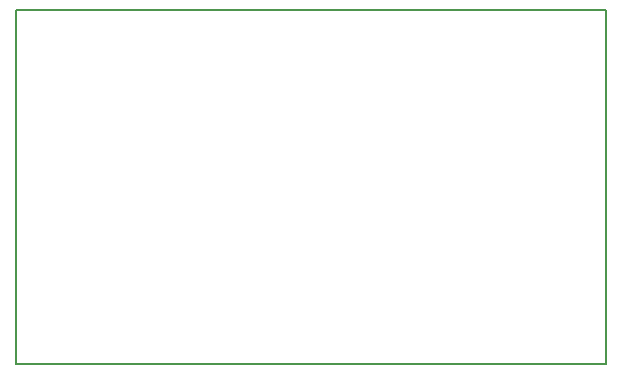
<source format=gbr>
G04 #@! TF.GenerationSoftware,KiCad,Pcbnew,(2017-03-04 revision f18196186)-makepkg*
G04 #@! TF.CreationDate,2017-04-23T22:00:33+02:00*
G04 #@! TF.ProjectId,SPI PT100,5350492050543130302E6B696361645F,1.0*
G04 #@! TF.FileFunction,Profile,NP*
%FSLAX46Y46*%
G04 Gerber Fmt 4.6, Leading zero omitted, Abs format (unit mm)*
G04 Created by KiCad (PCBNEW (2017-03-04 revision f18196186)-makepkg) date 04/23/17 22:00:33*
%MOMM*%
%LPD*%
G01*
G04 APERTURE LIST*
%ADD10C,0.100000*%
%ADD11C,0.150000*%
G04 APERTURE END LIST*
D10*
D11*
X-5000000Y-5000000D02*
X-5000000Y25000000D01*
X45000000Y-5000000D02*
X-5000000Y-5000000D01*
X45000000Y25000000D02*
X45000000Y-5000000D01*
X-5000000Y25000000D02*
X45000000Y25000000D01*
M02*

</source>
